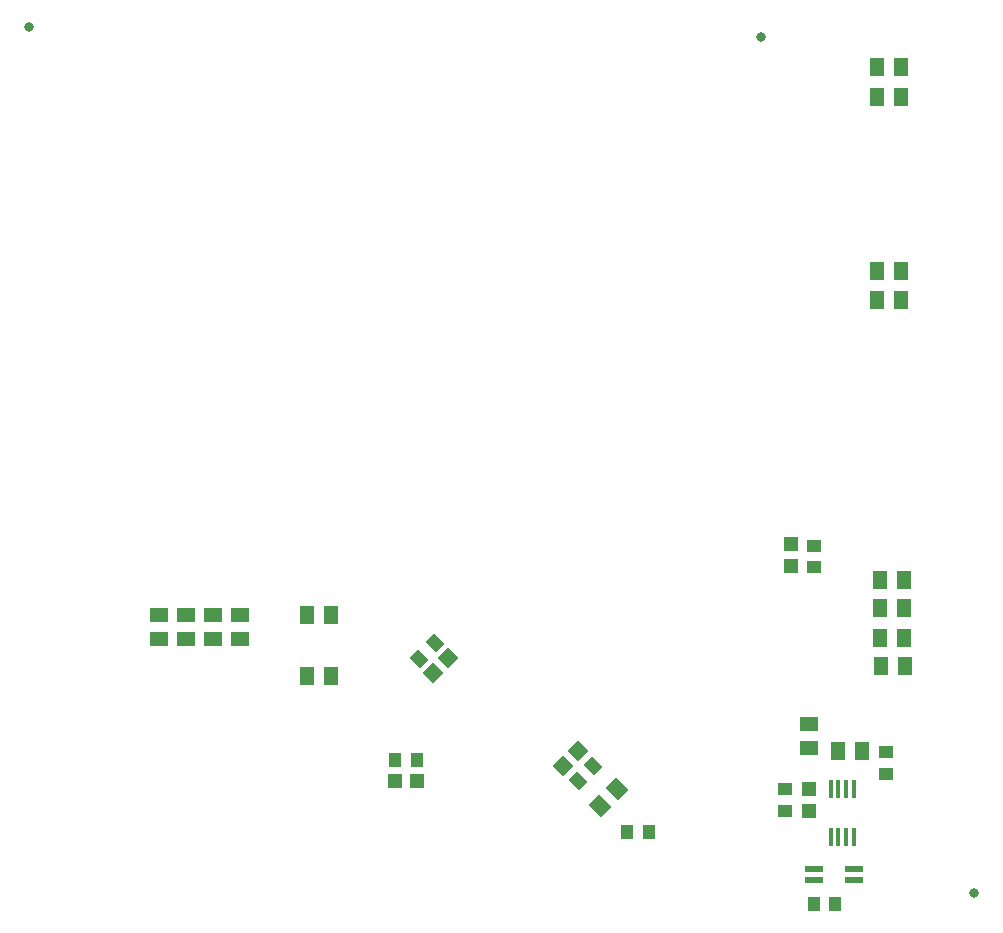
<source format=gbp>
G04*
G04 #@! TF.GenerationSoftware,Altium Limited,Altium Designer,18.1.7 (191)*
G04*
G04 Layer_Color=128*
%FSLAX44Y44*%
%MOMM*%
G71*
G01*
G75*
%ADD27R,1.5240X1.2000*%
%ADD28C,0.8128*%
%ADD30R,1.2000X1.5240*%
%ADD32R,1.2000X1.2000*%
%ADD33R,1.2000X1.0500*%
%ADD34R,1.0500X1.2000*%
G04:AMPARAMS|DCode=96|XSize=1.2mm|YSize=1.524mm|CornerRadius=0mm|HoleSize=0mm|Usage=FLASHONLY|Rotation=225.000|XOffset=0mm|YOffset=0mm|HoleType=Round|Shape=Rectangle|*
%AMROTATEDRECTD96*
4,1,4,-0.1146,0.9631,0.9631,-0.1146,0.1146,-0.9631,-0.9631,0.1146,-0.1146,0.9631,0.0*
%
%ADD96ROTATEDRECTD96*%

G04:AMPARAMS|DCode=97|XSize=1.05mm|YSize=1.2mm|CornerRadius=0mm|HoleSize=0mm|Usage=FLASHONLY|Rotation=225.000|XOffset=0mm|YOffset=0mm|HoleType=Round|Shape=Rectangle|*
%AMROTATEDRECTD97*
4,1,4,-0.0530,0.7955,0.7955,-0.0530,0.0530,-0.7955,-0.7955,0.0530,-0.0530,0.7955,0.0*
%
%ADD97ROTATEDRECTD97*%

%ADD98P,1.6971X4X270.0*%
%ADD99R,1.2000X1.2000*%
%ADD100R,0.4500X1.5000*%
%ADD101R,1.5000X0.5700*%
D27*
X1350000Y1022160D02*
D03*
Y1001840D02*
D03*
X868000Y1093840D02*
D03*
Y1114160D02*
D03*
X845000Y1094042D02*
D03*
Y1114362D02*
D03*
X800000Y1114083D02*
D03*
Y1093763D02*
D03*
X822500Y1114083D02*
D03*
Y1093763D02*
D03*
D28*
X1490000Y879000D02*
D03*
X689250Y1612250D02*
D03*
X1309250Y1604000D02*
D03*
D30*
X1428160Y1578800D02*
D03*
X1407840D02*
D03*
X1428160Y1553400D02*
D03*
X1407840D02*
D03*
X1428160Y1406000D02*
D03*
X1407840D02*
D03*
X1428160Y1381000D02*
D03*
X1407840D02*
D03*
X1430160Y1144000D02*
D03*
X1409840D02*
D03*
X1430160Y1120000D02*
D03*
X1409840D02*
D03*
X1430160Y1095000D02*
D03*
X1409840D02*
D03*
X1431160Y1071000D02*
D03*
X1410840D02*
D03*
X1374653Y999000D02*
D03*
X1394973D02*
D03*
X924840Y1114160D02*
D03*
X945160D02*
D03*
X924840Y1062500D02*
D03*
X945160D02*
D03*
D32*
X1334250Y1174300D02*
D03*
Y1155700D02*
D03*
X1350000Y967300D02*
D03*
Y948700D02*
D03*
D33*
X1354250Y1154750D02*
D03*
Y1173250D02*
D03*
X1330000Y967250D02*
D03*
Y948750D02*
D03*
X1415000Y998250D02*
D03*
Y979750D02*
D03*
D34*
X1195750Y930500D02*
D03*
X1214250D02*
D03*
X1017750Y992000D02*
D03*
X999250D02*
D03*
X1372250Y870000D02*
D03*
X1353750D02*
D03*
D96*
X1172566Y953066D02*
D03*
X1186934Y967434D02*
D03*
D97*
X1032857Y1090604D02*
D03*
X1019776Y1077523D02*
D03*
X1154267Y973459D02*
D03*
X1167348Y986541D02*
D03*
D98*
X1031174Y1065174D02*
D03*
X1044326Y1078326D02*
D03*
X1154384Y999576D02*
D03*
X1141232Y986424D02*
D03*
D99*
X1017800Y973500D02*
D03*
X999200D02*
D03*
D100*
X1368250Y926750D02*
D03*
X1374750D02*
D03*
X1387750D02*
D03*
X1381250D02*
D03*
X1387750Y967250D02*
D03*
X1381250D02*
D03*
X1374750D02*
D03*
X1368250D02*
D03*
D101*
X1388250Y899500D02*
D03*
Y890000D02*
D03*
X1353750Y899750D02*
D03*
Y890250D02*
D03*
M02*

</source>
